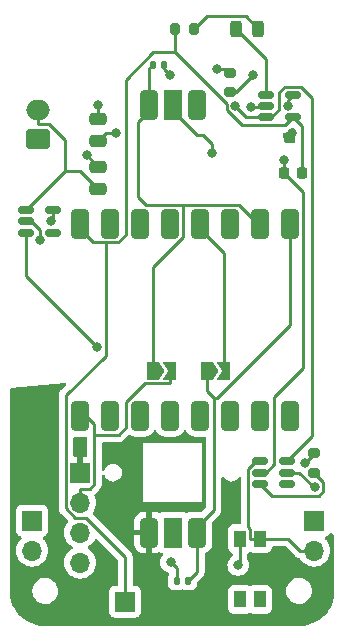
<source format=gbr>
%TF.GenerationSoftware,KiCad,Pcbnew,7.0.7*%
%TF.CreationDate,2024-10-15T08:51:11-05:00*%
%TF.ProjectId,OM-EPSC3-Micro,4f4d2d45-5053-4433-932d-4d6963726f2e,rev?*%
%TF.SameCoordinates,Original*%
%TF.FileFunction,Copper,L1,Top*%
%TF.FilePolarity,Positive*%
%FSLAX46Y46*%
G04 Gerber Fmt 4.6, Leading zero omitted, Abs format (unit mm)*
G04 Created by KiCad (PCBNEW 7.0.7) date 2024-10-15 08:51:11*
%MOMM*%
%LPD*%
G01*
G04 APERTURE LIST*
G04 Aperture macros list*
%AMRoundRect*
0 Rectangle with rounded corners*
0 $1 Rounding radius*
0 $2 $3 $4 $5 $6 $7 $8 $9 X,Y pos of 4 corners*
0 Add a 4 corners polygon primitive as box body*
4,1,4,$2,$3,$4,$5,$6,$7,$8,$9,$2,$3,0*
0 Add four circle primitives for the rounded corners*
1,1,$1+$1,$2,$3*
1,1,$1+$1,$4,$5*
1,1,$1+$1,$6,$7*
1,1,$1+$1,$8,$9*
0 Add four rect primitives between the rounded corners*
20,1,$1+$1,$2,$3,$4,$5,0*
20,1,$1+$1,$4,$5,$6,$7,0*
20,1,$1+$1,$6,$7,$8,$9,0*
20,1,$1+$1,$8,$9,$2,$3,0*%
%AMFreePoly0*
4,1,6,1.000000,0.000000,0.500000,-0.750000,-0.500000,-0.750000,-0.500000,0.750000,0.500000,0.750000,1.000000,0.000000,1.000000,0.000000,$1*%
%AMFreePoly1*
4,1,6,0.500000,-0.750000,-0.650000,-0.750000,-0.150000,0.000000,-0.650000,0.750000,0.500000,0.750000,0.500000,-0.750000,0.500000,-0.750000,$1*%
G04 Aperture macros list end*
%TA.AperFunction,ComponentPad*%
%ADD10RoundRect,0.381000X0.381000X-0.881000X0.381000X0.881000X-0.381000X0.881000X-0.381000X-0.881000X0*%
%TD*%
%TA.AperFunction,ComponentPad*%
%ADD11R,1.700000X1.700000*%
%TD*%
%TA.AperFunction,SMDPad,CuDef*%
%ADD12RoundRect,0.200000X-0.200000X-0.275000X0.200000X-0.275000X0.200000X0.275000X-0.200000X0.275000X0*%
%TD*%
%TA.AperFunction,ComponentPad*%
%ADD13RoundRect,0.381000X-0.381000X0.881000X-0.381000X-0.881000X0.381000X-0.881000X0.381000X0.881000X0*%
%TD*%
%TA.AperFunction,ComponentPad*%
%ADD14R,1.524000X2.524000*%
%TD*%
%TA.AperFunction,SMDPad,CuDef*%
%ADD15RoundRect,0.150000X-0.512500X-0.150000X0.512500X-0.150000X0.512500X0.150000X-0.512500X0.150000X0*%
%TD*%
%TA.AperFunction,SMDPad,CuDef*%
%ADD16FreePoly0,0.000000*%
%TD*%
%TA.AperFunction,SMDPad,CuDef*%
%ADD17FreePoly1,0.000000*%
%TD*%
%TA.AperFunction,ComponentPad*%
%ADD18O,1.700000X1.700000*%
%TD*%
%TA.AperFunction,SMDPad,CuDef*%
%ADD19RoundRect,0.140000X-0.140000X-0.170000X0.140000X-0.170000X0.140000X0.170000X-0.140000X0.170000X0*%
%TD*%
%TA.AperFunction,SMDPad,CuDef*%
%ADD20RoundRect,0.140000X0.140000X0.170000X-0.140000X0.170000X-0.140000X-0.170000X0.140000X-0.170000X0*%
%TD*%
%TA.AperFunction,SMDPad,CuDef*%
%ADD21RoundRect,0.250000X0.475000X-0.250000X0.475000X0.250000X-0.475000X0.250000X-0.475000X-0.250000X0*%
%TD*%
%TA.AperFunction,SMDPad,CuDef*%
%ADD22RoundRect,0.243750X-0.243750X-0.456250X0.243750X-0.456250X0.243750X0.456250X-0.243750X0.456250X0*%
%TD*%
%TA.AperFunction,SMDPad,CuDef*%
%ADD23RoundRect,0.200000X0.275000X-0.200000X0.275000X0.200000X-0.275000X0.200000X-0.275000X-0.200000X0*%
%TD*%
%TA.AperFunction,ComponentPad*%
%ADD24O,2.000000X1.700000*%
%TD*%
%TA.AperFunction,ComponentPad*%
%ADD25RoundRect,0.250000X0.750000X-0.600000X0.750000X0.600000X-0.750000X0.600000X-0.750000X-0.600000X0*%
%TD*%
%TA.AperFunction,SMDPad,CuDef*%
%ADD26R,1.000000X1.450000*%
%TD*%
%TA.AperFunction,SMDPad,CuDef*%
%ADD27RoundRect,0.225000X-0.225000X-0.250000X0.225000X-0.250000X0.225000X0.250000X-0.225000X0.250000X0*%
%TD*%
%TA.AperFunction,ViaPad*%
%ADD28C,0.800000*%
%TD*%
%TA.AperFunction,Conductor*%
%ADD29C,0.250000*%
%TD*%
G04 APERTURE END LIST*
D10*
%TO.P,U1,0,GPIO0*%
%TO.N,hall_0*%
X232664000Y-109466000D03*
%TO.P,U1,1,GPIO1*%
%TO.N,hall_1*%
X230124000Y-109466000D03*
%TO.P,U1,2,GPIO2*%
%TO.N,unconnected-(U1-GPIO2-Pad2)*%
X227584000Y-109466000D03*
%TO.P,U1,3,GPIO3*%
%TO.N,ADC2*%
X225044000Y-109466000D03*
%TO.P,U1,4,GPIO4*%
%TO.N,unconnected-(U1-GPIO4-Pad4)*%
X222504000Y-109466000D03*
%TO.P,U1,100,5V*%
%TO.N,+5V*%
X214884000Y-109466000D03*
%TO.P,U1,101,GND*%
%TO.N,GND*%
X217424000Y-109466000D03*
%TO.P,U1,102,3V3*%
%TO.N,+3V3*%
X219964000Y-109466000D03*
%TO.P,U1,5,GPIO5*%
%TO.N,ADC3*%
X214884000Y-125738000D03*
%TO.P,U1,6,GPIO6*%
%TO.N,unconnected-(U1-GPIO6-Pad6)*%
X217424000Y-125738000D03*
%TO.P,U1,7,GPIO7*%
%TO.N,unconnected-(U1-GPIO7-Pad7)*%
X219964000Y-125738000D03*
%TO.P,U1,8,GPIO8*%
%TO.N,SDA*%
X222504000Y-125738000D03*
%TO.P,U1,9,GPIO9*%
%TO.N,SCL*%
X225044000Y-125738000D03*
%TO.P,U1,10,GPIO10*%
%TO.N,unconnected-(U1-GPIO10-Pad10)*%
X227584000Y-125738000D03*
%TO.P,U1,20,GPIO20*%
%TO.N,unconnected-(U1-GPIO20-Pad20)*%
X230124000Y-125738000D03*
%TO.P,U1,21,GPIO21*%
%TO.N,unconnected-(U1-GPIO21-Pad21)*%
X232664000Y-125738000D03*
%TD*%
D11*
%TO.P,J5,1,Pin_1*%
%TO.N,+5V*%
X218694000Y-141478000D03*
%TD*%
D12*
%TO.P,R2,1*%
%TO.N,+5V*%
X222886000Y-92964000D03*
%TO.P,R2,2*%
%TO.N,Net-(D1-A)*%
X224536000Y-92964000D03*
%TD*%
D13*
%TO.P,H1,1,VCC*%
%TO.N,+3V3*%
X224790000Y-99449000D03*
D14*
%TO.P,H1,2,GND*%
%TO.N,GND*%
X222758000Y-99449000D03*
D13*
%TO.P,H1,3,VOUT*%
%TO.N,hall_1*%
X220726000Y-99449000D03*
%TD*%
D15*
%TO.P,U5,1,IN*%
%TO.N,+3V8*%
X210312000Y-108336000D03*
%TO.P,U5,2,GND*%
%TO.N,GND*%
X210312000Y-109286000D03*
%TO.P,U5,3,EN*%
%TO.N,LDO_EN*%
X210312000Y-110236000D03*
%TO.P,U5,4,NC*%
%TO.N,unconnected-(U5-NC-Pad4)*%
X212587000Y-110236000D03*
%TO.P,U5,5,OUT*%
%TO.N,+3V3*%
X212587000Y-108336000D03*
%TD*%
D16*
%TO.P,JP1,1,A*%
%TO.N,hall_1*%
X221054000Y-121920000D03*
D17*
%TO.P,JP1,2,B*%
%TO.N,ADC3*%
X222504000Y-121920000D03*
%TD*%
D15*
%TO.P,U2,1,~{CHRG}*%
%TO.N,Net-(D1-K)*%
X230632000Y-98552000D03*
%TO.P,U2,2,GND*%
%TO.N,GND*%
X230632000Y-99502000D03*
%TO.P,U2,3,BAT*%
%TO.N,+3V8*%
X230632000Y-100452000D03*
%TO.P,U2,4,V_{CC}*%
%TO.N,+5V*%
X232907000Y-100452000D03*
%TO.P,U2,5,PROG*%
%TO.N,Net-(U2-PROG)*%
X232907000Y-98552000D03*
%TD*%
D11*
%TO.P,J3,1,Pin_1*%
%TO.N,GND*%
X234696000Y-134620000D03*
D18*
%TO.P,J3,2,Pin_2*%
%TO.N,RMT-BTN*%
X234696000Y-137160000D03*
%TD*%
D19*
%TO.P,C1,1*%
%TO.N,GND*%
X223068000Y-139700000D03*
%TO.P,C1,2*%
%TO.N,hall_0*%
X224028000Y-139700000D03*
%TD*%
D10*
%TO.P,H0,1,VCC*%
%TO.N,+3V3*%
X220726000Y-135628000D03*
D14*
%TO.P,H0,2,GND*%
%TO.N,GND*%
X222758000Y-135628000D03*
D10*
%TO.P,H0,3,VOUT*%
%TO.N,hall_0*%
X224790000Y-135628000D03*
%TD*%
D20*
%TO.P,C2,1*%
%TO.N,GND*%
X221996000Y-96012000D03*
%TO.P,C2,2*%
%TO.N,hall_1*%
X221036000Y-96012000D03*
%TD*%
D16*
%TO.P,JP2,1,A*%
%TO.N,hall_0*%
X225626000Y-121920000D03*
D17*
%TO.P,JP2,2,B*%
%TO.N,ADC2*%
X227076000Y-121920000D03*
%TD*%
D21*
%TO.P,C9,1*%
%TO.N,+3V8*%
X216408000Y-106548000D03*
%TO.P,C9,2*%
%TO.N,GND*%
X216408000Y-104648000D03*
%TD*%
D11*
%TO.P,J1,1,Pin_1*%
%TO.N,+3V3*%
X214884000Y-130556000D03*
D18*
%TO.P,J1,2,Pin_2*%
%TO.N,ADC3*%
X214884000Y-133096000D03*
%TO.P,J1,3,Pin_3*%
%TO.N,ADC2*%
X214884000Y-135636000D03*
%TO.P,J1,4,Pin_4*%
%TO.N,GND*%
X214884000Y-138176000D03*
%TD*%
D22*
%TO.P,D1,1,K*%
%TO.N,Net-(D1-K)*%
X228092000Y-92964000D03*
%TO.P,D1,2,A*%
%TO.N,Net-(D1-A)*%
X229967000Y-92964000D03*
%TD*%
D23*
%TO.P,R1,1*%
%TO.N,Net-(U2-PROG)*%
X227584000Y-98361000D03*
%TO.P,R1,2*%
%TO.N,GND*%
X227584000Y-96711000D03*
%TD*%
%TO.P,R8,1*%
%TO.N,Net-(MAX1-CLEAR)*%
X234696000Y-130556000D03*
%TO.P,R8,2*%
%TO.N,GND*%
X234696000Y-128906000D03*
%TD*%
D24*
%TO.P,J4,1*%
%TO.N,+3V8*%
X211328000Y-99842000D03*
D25*
%TO.P,J4,2*%
%TO.N,GND*%
X211328000Y-102342000D03*
%TD*%
D26*
%TO.P,SW2,1,1*%
%TO.N,GND*%
X228424000Y-136144000D03*
%TO.P,SW2,2,2*%
%TO.N,RMT-BTN*%
X230124000Y-136144000D03*
%TO.P,SW2,3*%
%TO.N,N/C*%
X228424000Y-141294000D03*
%TO.P,SW2,4*%
X230124000Y-141294000D03*
%TD*%
D11*
%TO.P,J2,1,Pin_1*%
%TO.N,GND*%
X210820000Y-134620000D03*
D18*
%TO.P,J2,2,Pin_2*%
%TO.N,RMT-BTN*%
X210820000Y-137160000D03*
%TD*%
D27*
%TO.P,C5,1*%
%TO.N,GND*%
X232130000Y-105156000D03*
%TO.P,C5,2*%
%TO.N,+5V*%
X233680000Y-105156000D03*
%TD*%
D15*
%TO.P,MAX1,1,In*%
%TO.N,RMT-BTN*%
X230124000Y-129606000D03*
%TO.P,MAX1,2,GND*%
%TO.N,GND*%
X230124000Y-130556000D03*
%TO.P,MAX1,3,CLEAR*%
%TO.N,Net-(MAX1-CLEAR)*%
X230124000Y-131506000D03*
%TO.P,MAX1,4,OU*%
%TO.N,unconnected-(MAX1-OU-Pad4)*%
X232399000Y-131506000D03*
%TO.P,MAX1,5,OUT*%
%TO.N,LDO_EN*%
X232399000Y-130556000D03*
%TO.P,MAX1,6,Vcc*%
%TO.N,+3V8*%
X232399000Y-129606000D03*
%TD*%
D21*
%TO.P,C10,1*%
%TO.N,+3V3*%
X216408000Y-102484000D03*
%TO.P,C10,2*%
%TO.N,GND*%
X216408000Y-100584000D03*
%TD*%
D28*
%TO.N,GND*%
X226060000Y-103505000D03*
%TO.N,+3V3*%
X211455000Y-129540000D03*
%TO.N,LDO_EN*%
X234740700Y-131816400D03*
X216292600Y-119899200D03*
%TO.N,Net-(U2-PROG)*%
X232476700Y-99534600D03*
X229554000Y-96903600D03*
%TO.N,+3V8*%
X228002000Y-99516800D03*
%TO.N,GND*%
X232130000Y-104076500D03*
X228262500Y-138400700D03*
X216408000Y-99474600D03*
X215437800Y-103677800D03*
X222516700Y-96896800D03*
X222544600Y-138141300D03*
X229365900Y-99572300D03*
X211453000Y-110835100D03*
X233908600Y-129731000D03*
X226471300Y-96398700D03*
%TO.N,+3V3*%
X212392200Y-109286000D03*
X217884200Y-101792100D03*
X232795100Y-101812000D03*
%TD*%
D29*
%TO.N,GND*%
X226060000Y-103505000D02*
X226060000Y-103378000D01*
X226060000Y-102743000D02*
X226060000Y-103505000D01*
X225253001Y-101936001D02*
X226060000Y-102743000D01*
X224745001Y-101936001D02*
X225253001Y-101936001D01*
X222758000Y-99949000D02*
X224745001Y-101936001D01*
%TO.N,LDO_EN*%
X234709900Y-131816400D02*
X234740700Y-131816400D01*
X233449500Y-130556000D02*
X234709900Y-131816400D01*
X232399000Y-130556000D02*
X233449500Y-130556000D01*
X210312000Y-113918600D02*
X210312000Y-110236000D01*
X216292600Y-119899200D02*
X210312000Y-113918600D01*
%TO.N,Net-(MAX1-CLEAR)*%
X235485400Y-131345400D02*
X234696000Y-130556000D01*
X235485400Y-132131400D02*
X235485400Y-131345400D01*
X235073500Y-132543300D02*
X235485400Y-132131400D01*
X231161300Y-132543300D02*
X235073500Y-132543300D01*
X230124000Y-131506000D02*
X231161300Y-132543300D01*
%TO.N,RMT-BTN*%
X232503100Y-136144000D02*
X233519100Y-137160000D01*
X230124000Y-136144000D02*
X232503100Y-136144000D01*
X234696000Y-137160000D02*
X233519100Y-137160000D01*
X229297100Y-135317100D02*
X229297100Y-136144000D01*
X229132800Y-135152800D02*
X229297100Y-135317100D01*
X229132800Y-130209300D02*
X229132800Y-135152800D01*
X229736100Y-129606000D02*
X229132800Y-130209300D01*
X230124000Y-129606000D02*
X229736100Y-129606000D01*
X230124000Y-136144000D02*
X229297100Y-136144000D01*
%TO.N,Net-(U2-PROG)*%
X232476700Y-98982300D02*
X232476700Y-99534600D01*
X232907000Y-98552000D02*
X232476700Y-98982300D01*
X228096600Y-98361000D02*
X227584000Y-98361000D01*
X229554000Y-96903600D02*
X228096600Y-98361000D01*
%TO.N,Net-(D1-A)*%
X228920000Y-91917000D02*
X229967000Y-92964000D01*
X225583000Y-91917000D02*
X228920000Y-91917000D01*
X224536000Y-92964000D02*
X225583000Y-91917000D01*
%TO.N,+3V8*%
X211328000Y-99842000D02*
X211328000Y-101018900D01*
X214905300Y-105045300D02*
X216408000Y-106548000D01*
X213602700Y-105045300D02*
X214905300Y-105045300D01*
X213602700Y-105045300D02*
X210312000Y-108336000D01*
X212210300Y-101018900D02*
X211328000Y-101018900D01*
X213602700Y-102411300D02*
X212210300Y-101018900D01*
X213602700Y-105045300D02*
X213602700Y-102411300D01*
X228937200Y-100452000D02*
X230632000Y-100452000D01*
X228002000Y-99516800D02*
X228937200Y-100452000D01*
X231084200Y-100452000D02*
X230632000Y-100452000D01*
X231749800Y-99786400D02*
X231084200Y-100452000D01*
X231749800Y-98371400D02*
X231749800Y-99786400D01*
X232196700Y-97924500D02*
X231749800Y-98371400D01*
X233617300Y-97924500D02*
X232196700Y-97924500D01*
X234510100Y-98817300D02*
X233617300Y-97924500D01*
X234510100Y-127494900D02*
X234510100Y-98817300D01*
X232399000Y-129606000D02*
X234510100Y-127494900D01*
%TO.N,Net-(D1-K)*%
X230632000Y-95504000D02*
X228092000Y-92964000D01*
X230632000Y-98552000D02*
X230632000Y-95504000D01*
%TO.N,ADC2*%
X227076000Y-111998000D02*
X225044000Y-109966000D01*
X227076000Y-121920000D02*
X227076000Y-111998000D01*
%TO.N,ADC3*%
X214884000Y-133096000D02*
X214884000Y-131919100D01*
X222504000Y-121920000D02*
X222504000Y-122996900D01*
X220387000Y-122996900D02*
X222504000Y-122996900D01*
X218784400Y-124599500D02*
X220387000Y-122996900D01*
X218784400Y-126702400D02*
X218784400Y-124599500D01*
X218145500Y-127341300D02*
X218784400Y-126702400D01*
X216094200Y-127341300D02*
X218145500Y-127341300D01*
X216094200Y-126448200D02*
X216094200Y-127341300D01*
X214884000Y-125238000D02*
X216094200Y-126448200D01*
X215693100Y-131919100D02*
X214884000Y-131919100D01*
X216094200Y-131518000D02*
X215693100Y-131919100D01*
X216094200Y-127341300D02*
X216094200Y-131518000D01*
%TO.N,+5V*%
X233680000Y-101225000D02*
X232907000Y-100452000D01*
X233680000Y-105156000D02*
X233680000Y-101225000D01*
X222886000Y-92964000D02*
X222886000Y-94977000D01*
X232221200Y-101137800D02*
X232907000Y-100452000D01*
X228595100Y-101137800D02*
X232221200Y-101137800D01*
X227275100Y-99817800D02*
X228595100Y-101137800D01*
X227275100Y-99366100D02*
X227275100Y-99817800D01*
X222886000Y-94977000D02*
X227275100Y-99366100D01*
X218694000Y-137703000D02*
X218694000Y-141478000D01*
X215357000Y-134366000D02*
X218694000Y-137703000D01*
X214457700Y-134366000D02*
X215357000Y-134366000D01*
X213687200Y-133595500D02*
X214457700Y-134366000D01*
X213687200Y-124019400D02*
X213687200Y-133595500D01*
X217044100Y-120662500D02*
X213687200Y-124019400D01*
X217044100Y-111070900D02*
X217044100Y-120662500D01*
X218097100Y-111070900D02*
X217044100Y-111070900D01*
X218759400Y-110408600D02*
X218097100Y-111070900D01*
X218759400Y-97278500D02*
X218759400Y-110408600D01*
X221060900Y-94977000D02*
X218759400Y-97278500D01*
X222886000Y-94977000D02*
X221060900Y-94977000D01*
X215988900Y-111070900D02*
X214884000Y-109966000D01*
X217044100Y-111070900D02*
X215988900Y-111070900D01*
%TO.N,hall_0*%
X226193800Y-133724200D02*
X224790000Y-135128000D01*
X226193800Y-124242300D02*
X226193800Y-133724200D01*
X225626000Y-123674500D02*
X226193800Y-124242300D01*
X225626000Y-121920000D02*
X225626000Y-123674500D01*
X224790000Y-138938000D02*
X224028000Y-139700000D01*
X224790000Y-135128000D02*
X224790000Y-138938000D01*
X226496500Y-124242300D02*
X226193800Y-124242300D01*
X232664000Y-118074800D02*
X226496500Y-124242300D01*
X232664000Y-109966000D02*
X232664000Y-118074800D01*
%TO.N,hall_1*%
X220726000Y-96322000D02*
X220726000Y-99949000D01*
X221036000Y-96012000D02*
X220726000Y-96322000D01*
X223594300Y-110633500D02*
X223594300Y-107875600D01*
X221054000Y-113173800D02*
X223594300Y-110633500D01*
X221054000Y-121920000D02*
X221054000Y-113173800D01*
X228294700Y-107875600D02*
X223594300Y-107875600D01*
X230124000Y-109704900D02*
X228294700Y-107875600D01*
X230124000Y-109966000D02*
X230124000Y-109704900D01*
X219821400Y-100853600D02*
X220726000Y-99949000D01*
X219821400Y-107199100D02*
X219821400Y-100853600D01*
X220497900Y-107875600D02*
X219821400Y-107199100D01*
X223594300Y-107875600D02*
X220497900Y-107875600D01*
%TO.N,GND*%
X228424000Y-138239200D02*
X228424000Y-136144000D01*
X228262500Y-138400700D02*
X228424000Y-138239200D01*
X216408000Y-99474600D02*
X216408000Y-100584000D01*
X216408000Y-104648000D02*
X215437800Y-103677800D01*
X223068000Y-138664700D02*
X222544600Y-138141300D01*
X223068000Y-139700000D02*
X223068000Y-138664700D01*
X210720500Y-109286000D02*
X210312000Y-109286000D01*
X211453000Y-110018500D02*
X210720500Y-109286000D01*
X211453000Y-110835100D02*
X211453000Y-110018500D01*
X234696000Y-128943600D02*
X234696000Y-128906000D01*
X233908600Y-129731000D02*
X234696000Y-128943600D01*
X221996000Y-96376100D02*
X222516700Y-96896800D01*
X221996000Y-96012000D02*
X221996000Y-96376100D01*
X227271700Y-96398700D02*
X226471300Y-96398700D01*
X227584000Y-96711000D02*
X227271700Y-96398700D01*
X230561700Y-99572300D02*
X229365900Y-99572300D01*
X230632000Y-99502000D02*
X230561700Y-99572300D01*
X232130000Y-104076500D02*
X232130000Y-105156000D01*
X230575200Y-130556000D02*
X230124000Y-130556000D01*
X231297900Y-129833300D02*
X230575200Y-130556000D01*
X231297900Y-124164900D02*
X231297900Y-129833300D01*
X233763300Y-121699500D02*
X231297900Y-124164900D01*
X233763300Y-106789300D02*
X233763300Y-121699500D01*
X232130000Y-105156000D02*
X233763300Y-106789300D01*
%TO.N,+3V3*%
X212587000Y-109091200D02*
X212587000Y-108336000D01*
X212392200Y-109286000D02*
X212587000Y-109091200D01*
X217099900Y-101792100D02*
X216408000Y-102484000D01*
X217884200Y-101792100D02*
X217099900Y-101792100D01*
%TD*%
%TA.AperFunction,Conductor*%
%TO.N,+3V3*%
G36*
X213630683Y-122962354D02*
G01*
X213681311Y-123010505D01*
X213697870Y-123078384D01*
X213675102Y-123144440D01*
X213661684Y-123160323D01*
X213303407Y-123518600D01*
X213291151Y-123528420D01*
X213291334Y-123528641D01*
X213285323Y-123533613D01*
X213237972Y-123584036D01*
X213217089Y-123604918D01*
X213217077Y-123604932D01*
X213212821Y-123610417D01*
X213209037Y-123614847D01*
X213177137Y-123648818D01*
X213177136Y-123648820D01*
X213167484Y-123666376D01*
X213156810Y-123682626D01*
X213144529Y-123698461D01*
X213144524Y-123698468D01*
X213126015Y-123741238D01*
X213123445Y-123746484D01*
X213101003Y-123787306D01*
X213096022Y-123806707D01*
X213089721Y-123825110D01*
X213081762Y-123843502D01*
X213081761Y-123843505D01*
X213074471Y-123889527D01*
X213073287Y-123895246D01*
X213061701Y-123940372D01*
X213061699Y-123940384D01*
X213061699Y-123960420D01*
X213060173Y-123979811D01*
X213057040Y-123999594D01*
X213057040Y-123999595D01*
X213061425Y-124045983D01*
X213061700Y-124051821D01*
X213061700Y-133512755D01*
X213059975Y-133528372D01*
X213060261Y-133528399D01*
X213059526Y-133536165D01*
X213061700Y-133605314D01*
X213061700Y-133634843D01*
X213061701Y-133634860D01*
X213062568Y-133641731D01*
X213063026Y-133647550D01*
X213064490Y-133694124D01*
X213065305Y-133696931D01*
X213070080Y-133713367D01*
X213074024Y-133732411D01*
X213076536Y-133752292D01*
X213088766Y-133783183D01*
X213093690Y-133795619D01*
X213095582Y-133801147D01*
X213108581Y-133845888D01*
X213118780Y-133863134D01*
X213127338Y-133880603D01*
X213134714Y-133899232D01*
X213162098Y-133936923D01*
X213165306Y-133941807D01*
X213189027Y-133981916D01*
X213189033Y-133981924D01*
X213203190Y-133996080D01*
X213215828Y-134010876D01*
X213227605Y-134027086D01*
X213227606Y-134027087D01*
X213263509Y-134056788D01*
X213267820Y-134060710D01*
X213648508Y-134441397D01*
X213823907Y-134616796D01*
X213857392Y-134678119D01*
X213852408Y-134747810D01*
X213837801Y-134775600D01*
X213709965Y-134958169D01*
X213709964Y-134958171D01*
X213610098Y-135172335D01*
X213610094Y-135172344D01*
X213548938Y-135400586D01*
X213548936Y-135400596D01*
X213528341Y-135635999D01*
X213528341Y-135636000D01*
X213548936Y-135871403D01*
X213548938Y-135871413D01*
X213610094Y-136099655D01*
X213610096Y-136099659D01*
X213610097Y-136099663D01*
X213686507Y-136263525D01*
X213709965Y-136313830D01*
X213709967Y-136313834D01*
X213845501Y-136507395D01*
X213845506Y-136507402D01*
X214012597Y-136674493D01*
X214012603Y-136674498D01*
X214198158Y-136804425D01*
X214241783Y-136859002D01*
X214248977Y-136928500D01*
X214217454Y-136990855D01*
X214198158Y-137007575D01*
X214012597Y-137137505D01*
X213845505Y-137304597D01*
X213709965Y-137498169D01*
X213709964Y-137498171D01*
X213610098Y-137712335D01*
X213610094Y-137712344D01*
X213548938Y-137940586D01*
X213548936Y-137940596D01*
X213528341Y-138175999D01*
X213528341Y-138176000D01*
X213548936Y-138411403D01*
X213548938Y-138411413D01*
X213610094Y-138639655D01*
X213610096Y-138639659D01*
X213610097Y-138639663D01*
X213670397Y-138768977D01*
X213709965Y-138853830D01*
X213709967Y-138853834D01*
X213814024Y-139002442D01*
X213845505Y-139047401D01*
X214012599Y-139214495D01*
X214098668Y-139274761D01*
X214206165Y-139350032D01*
X214206167Y-139350033D01*
X214206170Y-139350035D01*
X214420337Y-139449903D01*
X214648592Y-139511063D01*
X214836918Y-139527539D01*
X214883999Y-139531659D01*
X214884000Y-139531659D01*
X214884001Y-139531659D01*
X214923234Y-139528226D01*
X215119408Y-139511063D01*
X215347663Y-139449903D01*
X215561830Y-139350035D01*
X215755401Y-139214495D01*
X215922495Y-139047401D01*
X216058035Y-138853830D01*
X216157903Y-138639663D01*
X216219063Y-138411408D01*
X216239659Y-138176000D01*
X216219063Y-137940592D01*
X216166975Y-137746194D01*
X216157905Y-137712344D01*
X216157904Y-137712343D01*
X216157903Y-137712337D01*
X216058035Y-137498171D01*
X216033371Y-137462946D01*
X215922494Y-137304597D01*
X215755402Y-137137506D01*
X215755396Y-137137501D01*
X215569842Y-137007575D01*
X215526217Y-136952998D01*
X215519023Y-136883500D01*
X215550546Y-136821145D01*
X215569842Y-136804425D01*
X215724210Y-136696335D01*
X215755401Y-136674495D01*
X215922495Y-136507401D01*
X216058035Y-136313830D01*
X216098381Y-136227307D01*
X216144552Y-136174870D01*
X216211746Y-136155718D01*
X216278627Y-136175934D01*
X216298443Y-136192033D01*
X218032181Y-137925771D01*
X218065666Y-137987094D01*
X218068500Y-138013452D01*
X218068500Y-140003500D01*
X218048815Y-140070539D01*
X217996011Y-140116294D01*
X217944501Y-140127500D01*
X217796130Y-140127500D01*
X217796123Y-140127501D01*
X217736516Y-140133908D01*
X217601671Y-140184202D01*
X217601664Y-140184206D01*
X217486455Y-140270452D01*
X217486452Y-140270455D01*
X217400206Y-140385664D01*
X217400202Y-140385671D01*
X217349908Y-140520517D01*
X217345117Y-140565084D01*
X217343501Y-140580123D01*
X217343500Y-140580135D01*
X217343500Y-142375870D01*
X217343501Y-142375876D01*
X217349908Y-142435483D01*
X217400202Y-142570328D01*
X217400206Y-142570335D01*
X217486452Y-142685544D01*
X217486455Y-142685547D01*
X217601664Y-142771793D01*
X217601671Y-142771797D01*
X217736517Y-142822091D01*
X217736516Y-142822091D01*
X217743444Y-142822835D01*
X217796127Y-142828500D01*
X219591872Y-142828499D01*
X219651483Y-142822091D01*
X219786331Y-142771796D01*
X219901546Y-142685546D01*
X219987796Y-142570331D01*
X220038091Y-142435483D01*
X220044500Y-142375873D01*
X220044500Y-142066870D01*
X227423500Y-142066870D01*
X227423501Y-142066876D01*
X227429908Y-142126483D01*
X227480202Y-142261328D01*
X227480206Y-142261335D01*
X227566452Y-142376544D01*
X227566455Y-142376547D01*
X227681664Y-142462793D01*
X227681671Y-142462797D01*
X227816517Y-142513091D01*
X227816516Y-142513091D01*
X227823444Y-142513835D01*
X227876127Y-142519500D01*
X228971872Y-142519499D01*
X229031483Y-142513091D01*
X229166329Y-142462797D01*
X229166329Y-142462796D01*
X229166331Y-142462796D01*
X229199689Y-142437823D01*
X229265151Y-142413406D01*
X229333425Y-142428257D01*
X229348305Y-142437820D01*
X229381669Y-142462796D01*
X229381670Y-142462796D01*
X229381670Y-142462797D01*
X229516517Y-142513091D01*
X229516516Y-142513091D01*
X229523444Y-142513835D01*
X229576127Y-142519500D01*
X230671872Y-142519499D01*
X230731483Y-142513091D01*
X230866331Y-142462796D01*
X230981546Y-142376546D01*
X231067796Y-142261331D01*
X231118091Y-142126483D01*
X231124500Y-142066873D01*
X231124499Y-140561004D01*
X232314490Y-140561004D01*
X232314649Y-140563187D01*
X232315018Y-140565084D01*
X232349000Y-140831113D01*
X232349128Y-140833139D01*
X232349221Y-140833625D01*
X232349463Y-140835119D01*
X232349973Y-140836516D01*
X232350281Y-140837436D01*
X232351118Y-140839192D01*
X232406615Y-140979859D01*
X232406620Y-140979870D01*
X232447284Y-141082942D01*
X232448427Y-141086576D01*
X232450552Y-141091248D01*
X232451848Y-141093238D01*
X232453080Y-141094714D01*
X232610061Y-141310800D01*
X232611161Y-141312557D01*
X232611521Y-141312995D01*
X232612580Y-141314369D01*
X232613880Y-141315502D01*
X232616268Y-141317711D01*
X232619510Y-141320023D01*
X232822270Y-141487566D01*
X232823852Y-141489073D01*
X232824006Y-141489185D01*
X232825715Y-141490518D01*
X232827659Y-141491478D01*
X232830170Y-141492837D01*
X232833974Y-141494298D01*
X233070839Y-141605595D01*
X233072626Y-141606592D01*
X233073234Y-141606836D01*
X233074802Y-141607520D01*
X233076422Y-141607872D01*
X233079970Y-141608749D01*
X233083861Y-141609204D01*
X233341700Y-141658682D01*
X233344161Y-141659332D01*
X233345943Y-141659625D01*
X233348627Y-141659500D01*
X233351203Y-141659494D01*
X233355379Y-141658918D01*
X233616710Y-141642765D01*
X233618813Y-141642780D01*
X233619179Y-141642736D01*
X233621103Y-141642562D01*
X233622937Y-141642017D01*
X233623348Y-141641908D01*
X233625292Y-141641116D01*
X233873556Y-141559625D01*
X233877083Y-141558777D01*
X233881976Y-141556931D01*
X233883266Y-141556479D01*
X233884548Y-141555711D01*
X233888182Y-141553661D01*
X233891235Y-141551395D01*
X234108558Y-141414283D01*
X234112181Y-141412351D01*
X234114786Y-141410491D01*
X234116353Y-141409446D01*
X234117679Y-141408103D01*
X234120170Y-141405733D01*
X234122725Y-141402573D01*
X234298916Y-141215196D01*
X234302162Y-141212229D01*
X234303590Y-141210502D01*
X234305510Y-141208391D01*
X234306940Y-141205908D01*
X234308067Y-141204145D01*
X234309925Y-141200073D01*
X234407208Y-141023057D01*
X234407217Y-141023049D01*
X234434014Y-140974286D01*
X234436275Y-140970805D01*
X234437600Y-140968019D01*
X234438551Y-140966183D01*
X234439113Y-140964181D01*
X234439959Y-140961529D01*
X234440690Y-140957451D01*
X234504191Y-140708123D01*
X234505407Y-140704502D01*
X234506210Y-140700528D01*
X234506552Y-140699033D01*
X234506597Y-140697459D01*
X234506642Y-140696650D01*
X234506500Y-140694617D01*
X234506500Y-140431844D01*
X234506770Y-140428037D01*
X234506582Y-140424387D01*
X234506545Y-140422954D01*
X234506236Y-140421575D01*
X234505512Y-140417932D01*
X234504285Y-140414239D01*
X234497009Y-140385671D01*
X234440667Y-140164453D01*
X234439974Y-140160602D01*
X234438976Y-140157413D01*
X234438524Y-140155808D01*
X234437767Y-140154320D01*
X234437488Y-140153731D01*
X234436358Y-140151974D01*
X234309752Y-139921608D01*
X234308025Y-139917850D01*
X234306577Y-139915550D01*
X234305473Y-139913645D01*
X234304011Y-139912004D01*
X234303966Y-139911949D01*
X234302376Y-139910478D01*
X234119207Y-139715679D01*
X234117866Y-139714048D01*
X234116430Y-139712598D01*
X234114760Y-139711477D01*
X234114405Y-139711221D01*
X234112517Y-139710209D01*
X233886929Y-139567882D01*
X233885531Y-139566858D01*
X233883211Y-139565529D01*
X233877697Y-139563469D01*
X233874443Y-139562660D01*
X233715295Y-139510421D01*
X233624904Y-139480751D01*
X233623149Y-139480049D01*
X233621094Y-139479493D01*
X233619080Y-139479258D01*
X233617175Y-139479258D01*
X233350280Y-139462761D01*
X233348324Y-139462506D01*
X233347469Y-139462500D01*
X233345933Y-139462447D01*
X233344337Y-139462695D01*
X233344120Y-139462722D01*
X233342140Y-139463229D01*
X233336814Y-139464250D01*
X233336803Y-139464254D01*
X233078762Y-139513769D01*
X233076841Y-139514014D01*
X233076156Y-139514186D01*
X233075016Y-139514442D01*
X233074976Y-139514461D01*
X233072897Y-139515296D01*
X233071164Y-139516250D01*
X232829517Y-139629790D01*
X232827694Y-139630504D01*
X232825731Y-139631559D01*
X232823963Y-139632863D01*
X232822532Y-139634212D01*
X232615803Y-139805035D01*
X232614234Y-139806170D01*
X232612632Y-139807646D01*
X232611205Y-139809410D01*
X232610191Y-139811017D01*
X232452889Y-140027543D01*
X232451701Y-140028980D01*
X232450550Y-140030750D01*
X232449482Y-140033138D01*
X232448940Y-140034851D01*
X232351029Y-140283024D01*
X232350207Y-140284767D01*
X232349506Y-140286868D01*
X232349123Y-140288946D01*
X232349000Y-140290881D01*
X232315002Y-140557033D01*
X232314627Y-140558984D01*
X232314490Y-140561004D01*
X231124499Y-140561004D01*
X231124499Y-140521128D01*
X231118091Y-140461517D01*
X231113937Y-140450380D01*
X231067797Y-140326671D01*
X231067793Y-140326664D01*
X230981547Y-140211455D01*
X230981544Y-140211452D01*
X230866335Y-140125206D01*
X230866328Y-140125202D01*
X230731482Y-140074908D01*
X230731483Y-140074908D01*
X230671883Y-140068501D01*
X230671881Y-140068500D01*
X230671873Y-140068500D01*
X230671864Y-140068500D01*
X229576129Y-140068500D01*
X229576123Y-140068501D01*
X229516516Y-140074908D01*
X229381671Y-140125202D01*
X229381669Y-140125203D01*
X229348310Y-140150176D01*
X229282845Y-140174592D01*
X229214572Y-140159740D01*
X229199690Y-140150176D01*
X229166330Y-140125203D01*
X229166328Y-140125202D01*
X229031482Y-140074908D01*
X229031483Y-140074908D01*
X228971883Y-140068501D01*
X228971881Y-140068500D01*
X228971873Y-140068500D01*
X228971864Y-140068500D01*
X227876129Y-140068500D01*
X227876123Y-140068501D01*
X227816516Y-140074908D01*
X227681671Y-140125202D01*
X227681664Y-140125206D01*
X227566455Y-140211452D01*
X227566452Y-140211455D01*
X227480206Y-140326664D01*
X227480202Y-140326671D01*
X227429908Y-140461517D01*
X227423501Y-140521116D01*
X227423501Y-140521123D01*
X227423500Y-140521135D01*
X227423500Y-142066870D01*
X220044500Y-142066870D01*
X220044499Y-140580128D01*
X220039299Y-140531757D01*
X220038091Y-140520516D01*
X219987797Y-140385671D01*
X219987793Y-140385664D01*
X219901547Y-140270455D01*
X219901544Y-140270452D01*
X219786335Y-140184206D01*
X219786328Y-140184202D01*
X219651482Y-140133908D01*
X219651483Y-140133908D01*
X219591883Y-140127501D01*
X219591881Y-140127500D01*
X219591873Y-140127500D01*
X219591865Y-140127500D01*
X219443500Y-140127500D01*
X219376461Y-140107815D01*
X219330706Y-140055011D01*
X219319500Y-140003500D01*
X219319500Y-137785742D01*
X219321224Y-137770122D01*
X219320939Y-137770095D01*
X219321673Y-137762333D01*
X219319799Y-137702673D01*
X219319500Y-137693171D01*
X219319500Y-137663650D01*
X219318631Y-137656779D01*
X219318173Y-137650952D01*
X219317771Y-137638161D01*
X219316710Y-137604373D01*
X219311119Y-137585130D01*
X219307173Y-137566078D01*
X219304664Y-137546208D01*
X219287504Y-137502867D01*
X219285624Y-137497379D01*
X219272618Y-137452610D01*
X219270252Y-137448610D01*
X219262423Y-137435371D01*
X219253861Y-137417894D01*
X219246487Y-137399270D01*
X219243685Y-137395413D01*
X219219079Y-137361545D01*
X219215888Y-137356686D01*
X219215252Y-137355611D01*
X219192170Y-137316580D01*
X219192168Y-137316578D01*
X219192165Y-137316574D01*
X219178006Y-137302415D01*
X219165368Y-137287619D01*
X219153594Y-137271413D01*
X219137409Y-137258024D01*
X219117688Y-137241709D01*
X219113376Y-137237786D01*
X217753590Y-135878000D01*
X219464001Y-135878000D01*
X219464001Y-136585607D01*
X219466917Y-136628632D01*
X219466917Y-136628634D01*
X219513165Y-136814602D01*
X219598307Y-136986275D01*
X219718365Y-137135633D01*
X219718366Y-137135634D01*
X219867725Y-137255692D01*
X219867724Y-137255692D01*
X220039397Y-137340834D01*
X220225361Y-137387081D01*
X220225358Y-137387081D01*
X220268391Y-137389999D01*
X220475999Y-137389999D01*
X220476000Y-137389998D01*
X220476000Y-135878000D01*
X219464001Y-135878000D01*
X217753590Y-135878000D01*
X215963326Y-134087735D01*
X215929841Y-134026412D01*
X215934825Y-133956720D01*
X215949429Y-133928934D01*
X216058035Y-133773830D01*
X216157903Y-133559663D01*
X216219063Y-133331408D01*
X216239659Y-133096000D01*
X216236642Y-133061522D01*
X216234487Y-133036887D01*
X220164416Y-133036887D01*
X220164459Y-133060999D01*
X220164500Y-133061097D01*
X220164616Y-133061380D01*
X220164618Y-133061382D01*
X220164808Y-133061460D01*
X220165000Y-133061539D01*
X220165002Y-133061537D01*
X220189616Y-133061522D01*
X220189616Y-133061526D01*
X220189760Y-133061498D01*
X225140240Y-133061498D01*
X225140383Y-133061526D01*
X225140384Y-133061522D01*
X225164997Y-133061537D01*
X225165000Y-133061539D01*
X225165383Y-133061381D01*
X225165500Y-133061097D01*
X225165541Y-133060998D01*
X225165540Y-133060995D01*
X225165583Y-133036888D01*
X225165500Y-133036470D01*
X225165500Y-130752901D01*
X225165500Y-130752900D01*
X225165500Y-128085756D01*
X225165528Y-128085614D01*
X225165524Y-128085614D01*
X225165539Y-128061000D01*
X225165541Y-128060998D01*
X225165462Y-128060806D01*
X225165384Y-128060616D01*
X225165382Y-128060614D01*
X225165099Y-128060498D01*
X225165000Y-128060457D01*
X225140446Y-128060457D01*
X225140240Y-128060498D01*
X220189760Y-128060498D01*
X220189554Y-128060457D01*
X220165000Y-128060457D01*
X220164901Y-128060498D01*
X220164617Y-128060614D01*
X220164615Y-128060616D01*
X220164459Y-128060997D01*
X220164476Y-128085614D01*
X220164471Y-128085614D01*
X220164500Y-128085757D01*
X220164500Y-133036465D01*
X220164416Y-133036887D01*
X216234487Y-133036887D01*
X216225937Y-132939166D01*
X216219063Y-132860592D01*
X216157903Y-132632337D01*
X216117582Y-132545870D01*
X216103418Y-132515495D01*
X216092926Y-132446418D01*
X216120254Y-132384052D01*
X216124685Y-132378695D01*
X216124687Y-132378694D01*
X216154399Y-132342776D01*
X216158312Y-132338476D01*
X216477985Y-132018803D01*
X216490241Y-132008987D01*
X216490058Y-132008765D01*
X216496075Y-132003787D01*
X216496074Y-132003787D01*
X216496077Y-132003786D01*
X216520451Y-131977829D01*
X216543427Y-131953364D01*
X216553871Y-131942918D01*
X216564320Y-131932471D01*
X216568579Y-131926978D01*
X216572352Y-131922561D01*
X216604262Y-131888582D01*
X216613915Y-131871020D01*
X216624589Y-131854770D01*
X216636873Y-131838936D01*
X216655380Y-131796167D01*
X216657949Y-131790924D01*
X216660153Y-131786913D01*
X216680397Y-131750092D01*
X216685377Y-131730691D01*
X216691678Y-131712288D01*
X216699638Y-131693896D01*
X216706930Y-131647849D01*
X216708111Y-131642152D01*
X216719700Y-131597019D01*
X216719700Y-131576982D01*
X216721227Y-131557582D01*
X216724360Y-131537804D01*
X216719975Y-131491415D01*
X216719700Y-131485577D01*
X216719700Y-130845998D01*
X216739385Y-130778959D01*
X216792189Y-130733204D01*
X216861347Y-130723260D01*
X216924903Y-130752285D01*
X216958478Y-130799072D01*
X217013077Y-130932617D01*
X217013761Y-130934636D01*
X217013887Y-130934892D01*
X217014551Y-130936335D01*
X217015447Y-130937591D01*
X217016820Y-130939167D01*
X217132035Y-131087985D01*
X217133305Y-131089875D01*
X217134575Y-131091421D01*
X217136362Y-131092872D01*
X217136370Y-131092879D01*
X217138143Y-131094063D01*
X217286558Y-131208966D01*
X217288188Y-131210402D01*
X217288254Y-131210446D01*
X217289738Y-131211504D01*
X217291419Y-131212263D01*
X217293433Y-131212943D01*
X217376183Y-131246773D01*
X217466905Y-131283863D01*
X217469065Y-131284920D01*
X217470890Y-131285607D01*
X217472633Y-131285884D01*
X217475071Y-131286046D01*
X217660812Y-131310940D01*
X217663640Y-131311513D01*
X217665068Y-131311659D01*
X217666300Y-131311524D01*
X217669170Y-131310943D01*
X217849901Y-131286719D01*
X217854314Y-131286458D01*
X217856628Y-131285993D01*
X217859219Y-131285584D01*
X217861686Y-131284635D01*
X217863618Y-131283987D01*
X217867525Y-131282051D01*
X218023789Y-131218166D01*
X218036237Y-131213076D01*
X218038726Y-131212252D01*
X218040389Y-131211512D01*
X218041304Y-131210848D01*
X218043433Y-131208974D01*
X218043443Y-131208966D01*
X218188050Y-131097009D01*
X218191821Y-131094510D01*
X218193069Y-131093399D01*
X218195471Y-131091466D01*
X218197404Y-131089064D01*
X218198517Y-131087814D01*
X218201017Y-131084042D01*
X218212378Y-131069367D01*
X218312789Y-130939667D01*
X218314389Y-130937869D01*
X218315545Y-130936280D01*
X218316179Y-130934868D01*
X218316993Y-130932442D01*
X218352335Y-130845998D01*
X218386001Y-130763652D01*
X218387879Y-130759878D01*
X218388791Y-130757197D01*
X218389568Y-130755160D01*
X218389907Y-130753017D01*
X218390478Y-130750092D01*
X218390729Y-130745881D01*
X218392251Y-130734555D01*
X218392251Y-130734497D01*
X218414295Y-130570014D01*
X218415230Y-130565533D01*
X218415327Y-130563975D01*
X218415663Y-130560948D01*
X218415538Y-130559750D01*
X218414942Y-130556807D01*
X218390725Y-130376111D01*
X218390477Y-130371900D01*
X218389928Y-130369087D01*
X218389576Y-130366837D01*
X218388767Y-130364707D01*
X218387966Y-130362328D01*
X218386059Y-130358483D01*
X218316952Y-130189453D01*
X218316270Y-130187430D01*
X218315504Y-130185736D01*
X218314446Y-130184252D01*
X218314402Y-130184186D01*
X218312966Y-130182556D01*
X218296649Y-130161480D01*
X218272496Y-130130281D01*
X218200949Y-130037865D01*
X218198848Y-130034701D01*
X218196249Y-130031671D01*
X218195364Y-130030588D01*
X218194240Y-130029657D01*
X218193734Y-130029214D01*
X218192035Y-130028070D01*
X218043174Y-129912821D01*
X218041594Y-129911444D01*
X218040337Y-129910548D01*
X218038894Y-129909884D01*
X218038645Y-129909761D01*
X218036621Y-129909076D01*
X217862976Y-129838084D01*
X217861179Y-129837207D01*
X217860643Y-129837024D01*
X217859177Y-129836475D01*
X217857702Y-129836226D01*
X217856987Y-129836086D01*
X217854929Y-129835949D01*
X217668760Y-129810996D01*
X217666699Y-129810594D01*
X217665032Y-129810432D01*
X217663329Y-129810588D01*
X217661236Y-129810997D01*
X217540532Y-129827175D01*
X217475069Y-129835949D01*
X217473109Y-129836079D01*
X217470858Y-129836507D01*
X217468791Y-129837221D01*
X217467012Y-129838089D01*
X217431966Y-129852417D01*
X217293280Y-129909115D01*
X217291382Y-129909761D01*
X217289749Y-129910550D01*
X217288552Y-129911353D01*
X217287079Y-129912624D01*
X217137830Y-130028174D01*
X217136158Y-130029306D01*
X217135765Y-130029651D01*
X217134609Y-130030608D01*
X217133652Y-130031764D01*
X217133304Y-130032161D01*
X217132178Y-130033823D01*
X217016623Y-130183081D01*
X217015359Y-130184546D01*
X217014553Y-130185747D01*
X217013764Y-130187380D01*
X217013120Y-130189272D01*
X216958478Y-130322923D01*
X216914887Y-130377527D01*
X216848695Y-130399896D01*
X216780917Y-130382928D01*
X216733072Y-130332010D01*
X216719700Y-130275997D01*
X216719700Y-128090800D01*
X216739385Y-128023761D01*
X216792189Y-127978006D01*
X216843700Y-127966800D01*
X218062757Y-127966800D01*
X218078377Y-127968524D01*
X218078404Y-127968239D01*
X218086160Y-127968971D01*
X218086167Y-127968973D01*
X218155314Y-127966800D01*
X218184850Y-127966800D01*
X218191728Y-127965930D01*
X218197541Y-127965472D01*
X218244127Y-127964009D01*
X218263369Y-127958417D01*
X218282412Y-127954474D01*
X218302292Y-127951964D01*
X218345622Y-127934807D01*
X218351146Y-127932917D01*
X218354896Y-127931827D01*
X218395890Y-127919918D01*
X218413129Y-127909722D01*
X218430603Y-127901162D01*
X218449227Y-127893788D01*
X218449227Y-127893787D01*
X218449232Y-127893786D01*
X218486949Y-127866382D01*
X218491805Y-127863192D01*
X218531920Y-127839470D01*
X218546089Y-127825299D01*
X218560879Y-127812668D01*
X218577087Y-127800894D01*
X218606799Y-127764976D01*
X218610712Y-127760676D01*
X218975505Y-127395883D01*
X219036827Y-127362400D01*
X219106519Y-127367384D01*
X219118279Y-127372478D01*
X219199298Y-127412659D01*
X219277225Y-127451307D01*
X219415598Y-127485719D01*
X219463291Y-127497580D01*
X219463292Y-127497580D01*
X219463296Y-127497581D01*
X219502336Y-127500228D01*
X219506342Y-127500500D01*
X219506342Y-127500499D01*
X219506343Y-127500500D01*
X220421656Y-127500499D01*
X220421657Y-127500499D01*
X220432417Y-127499769D01*
X220464704Y-127497581D01*
X220650775Y-127451307D01*
X220822547Y-127366116D01*
X220971990Y-127245990D01*
X221092116Y-127096547D01*
X221122911Y-127034453D01*
X221170333Y-126983140D01*
X221237968Y-126965610D01*
X221304343Y-126987430D01*
X221345088Y-127034453D01*
X221375881Y-127096543D01*
X221375883Y-127096546D01*
X221496009Y-127245989D01*
X221496010Y-127245990D01*
X221645453Y-127366116D01*
X221645456Y-127366118D01*
X221739298Y-127412659D01*
X221817225Y-127451307D01*
X221955598Y-127485719D01*
X222003291Y-127497580D01*
X222003292Y-127497580D01*
X222003296Y-127497581D01*
X222042336Y-127500228D01*
X222046342Y-127500500D01*
X222046342Y-127500499D01*
X222046343Y-127500500D01*
X222961656Y-127500499D01*
X222961657Y-127500499D01*
X222972417Y-127499769D01*
X223004704Y-127497581D01*
X223190775Y-127451307D01*
X223362547Y-127366116D01*
X223511990Y-127245990D01*
X223632116Y-127096547D01*
X223662911Y-127034453D01*
X223710333Y-126983140D01*
X223777968Y-126965610D01*
X223844343Y-126987430D01*
X223885088Y-127034453D01*
X223915881Y-127096543D01*
X223915883Y-127096546D01*
X224036009Y-127245989D01*
X224036010Y-127245990D01*
X224185453Y-127366116D01*
X224185456Y-127366118D01*
X224279298Y-127412659D01*
X224357225Y-127451307D01*
X224495598Y-127485719D01*
X224543291Y-127497580D01*
X224543292Y-127497580D01*
X224543296Y-127497581D01*
X224582336Y-127500228D01*
X224586342Y-127500500D01*
X224586342Y-127500499D01*
X224586343Y-127500500D01*
X225444300Y-127500499D01*
X225511339Y-127520183D01*
X225557094Y-127572987D01*
X225568300Y-127624499D01*
X225568300Y-133413747D01*
X225548615Y-133480786D01*
X225531981Y-133501428D01*
X225204227Y-133829181D01*
X225142904Y-133862666D01*
X225116546Y-133865500D01*
X224332344Y-133865501D01*
X224332343Y-133865501D01*
X224289298Y-133868418D01*
X224289297Y-133868418D01*
X224103221Y-133914694D01*
X224103220Y-133914694D01*
X223960480Y-133985487D01*
X223891675Y-133997639D01*
X223831075Y-133973666D01*
X223762330Y-133922203D01*
X223762328Y-133922202D01*
X223627482Y-133871908D01*
X223627483Y-133871908D01*
X223567883Y-133865501D01*
X223567881Y-133865500D01*
X223567873Y-133865500D01*
X223567864Y-133865500D01*
X221948129Y-133865500D01*
X221948123Y-133865501D01*
X221888516Y-133871908D01*
X221753671Y-133922202D01*
X221753669Y-133922203D01*
X221684476Y-133974002D01*
X221619012Y-133998419D01*
X221555070Y-133985823D01*
X221412602Y-133915165D01*
X221226638Y-133868918D01*
X221226641Y-133868918D01*
X221183608Y-133866000D01*
X220976000Y-133866000D01*
X220976000Y-134637325D01*
X220956315Y-134704364D01*
X220903511Y-134750119D01*
X220834353Y-134760063D01*
X220811739Y-134754607D01*
X220789580Y-134747000D01*
X220789578Y-134747000D01*
X220694431Y-134747000D01*
X220694430Y-134747000D01*
X220620408Y-134759351D01*
X220551043Y-134750968D01*
X220497222Y-134706415D01*
X220476031Y-134639836D01*
X220476000Y-134637042D01*
X220475999Y-133866000D01*
X220268394Y-133866001D01*
X220225366Y-133868917D01*
X220225365Y-133868917D01*
X220039397Y-133915165D01*
X219867724Y-134000307D01*
X219718366Y-134120365D01*
X219718365Y-134120366D01*
X219598307Y-134269724D01*
X219513165Y-134441397D01*
X219466918Y-134627359D01*
X219464000Y-134670392D01*
X219464000Y-135378000D01*
X220384324Y-135378000D01*
X220451363Y-135397685D01*
X220460486Y-135404146D01*
X220542157Y-135467713D01*
X220542158Y-135467713D01*
X220542159Y-135467714D01*
X220662420Y-135509000D01*
X220662422Y-135509000D01*
X220757568Y-135509000D01*
X220757569Y-135509000D01*
X220831590Y-135496648D01*
X220900956Y-135505030D01*
X220954778Y-135549583D01*
X220975968Y-135616162D01*
X220976000Y-135618957D01*
X220976000Y-137389999D01*
X221183607Y-137389999D01*
X221226632Y-137387082D01*
X221226634Y-137387082D01*
X221412602Y-137340834D01*
X221555070Y-137270176D01*
X221623875Y-137258024D01*
X221684474Y-137281997D01*
X221753669Y-137333796D01*
X221753670Y-137333796D01*
X221753673Y-137333798D01*
X221812157Y-137355611D01*
X221868091Y-137397482D01*
X221892509Y-137462946D01*
X221877658Y-137531219D01*
X221860976Y-137554764D01*
X221812066Y-137609085D01*
X221717421Y-137773015D01*
X221717418Y-137773022D01*
X221658927Y-137953040D01*
X221658926Y-137953044D01*
X221639140Y-138141300D01*
X221658926Y-138329556D01*
X221658927Y-138329559D01*
X221717418Y-138509577D01*
X221717421Y-138509584D01*
X221812067Y-138673516D01*
X221878626Y-138747437D01*
X221938729Y-138814188D01*
X222091865Y-138925448D01*
X222091870Y-138925451D01*
X222264791Y-139002442D01*
X222264794Y-139002442D01*
X222264797Y-139002444D01*
X222289920Y-139007784D01*
X222301272Y-139010197D01*
X222362754Y-139043389D01*
X222396531Y-139104552D01*
X222391879Y-139174266D01*
X222382225Y-139194607D01*
X222335504Y-139273608D01*
X222335504Y-139273609D01*
X222290357Y-139429002D01*
X222290356Y-139429008D01*
X222287500Y-139465308D01*
X222287500Y-139934692D01*
X222290356Y-139970991D01*
X222290357Y-139970997D01*
X222335504Y-140126390D01*
X222335505Y-140126393D01*
X222335506Y-140126395D01*
X222351675Y-140153735D01*
X222417881Y-140265684D01*
X222417887Y-140265692D01*
X222532307Y-140380112D01*
X222532311Y-140380115D01*
X222532313Y-140380117D01*
X222671605Y-140462494D01*
X222712587Y-140474400D01*
X222827002Y-140507642D01*
X222827005Y-140507642D01*
X222827007Y-140507643D01*
X222839107Y-140508595D01*
X222863308Y-140510500D01*
X222863310Y-140510500D01*
X223272692Y-140510500D01*
X223290841Y-140509071D01*
X223308993Y-140507643D01*
X223308995Y-140507642D01*
X223308997Y-140507642D01*
X223349975Y-140495736D01*
X223464395Y-140462494D01*
X223484879Y-140450379D01*
X223552601Y-140433196D01*
X223611119Y-140450379D01*
X223631605Y-140462494D01*
X223631607Y-140462494D01*
X223631608Y-140462495D01*
X223787002Y-140507642D01*
X223787005Y-140507642D01*
X223787007Y-140507643D01*
X223799107Y-140508595D01*
X223823308Y-140510500D01*
X223823310Y-140510500D01*
X224232692Y-140510500D01*
X224250841Y-140509071D01*
X224268993Y-140507643D01*
X224268995Y-140507642D01*
X224268997Y-140507642D01*
X224309975Y-140495736D01*
X224424395Y-140462494D01*
X224563687Y-140380117D01*
X224678117Y-140265687D01*
X224760494Y-140126395D01*
X224799904Y-139990747D01*
X224805642Y-139970997D01*
X224805643Y-139970991D01*
X224808500Y-139934692D01*
X224808500Y-139855451D01*
X224828185Y-139788412D01*
X224844815Y-139767774D01*
X225173786Y-139438802D01*
X225186048Y-139428980D01*
X225185865Y-139428759D01*
X225191867Y-139423792D01*
X225191877Y-139423786D01*
X225239241Y-139373348D01*
X225260120Y-139352470D01*
X225264373Y-139346986D01*
X225268150Y-139342563D01*
X225300062Y-139308582D01*
X225309714Y-139291023D01*
X225320389Y-139274772D01*
X225332674Y-139258936D01*
X225351186Y-139216152D01*
X225353742Y-139210935D01*
X225376197Y-139170092D01*
X225381180Y-139150680D01*
X225387477Y-139132291D01*
X225395438Y-139113895D01*
X225402729Y-139067853D01*
X225403906Y-139062166D01*
X225415500Y-139017019D01*
X225415499Y-138996986D01*
X225417027Y-138977583D01*
X225420159Y-138957808D01*
X225420160Y-138957806D01*
X225415775Y-138911415D01*
X225415500Y-138905577D01*
X225415500Y-137448610D01*
X225435185Y-137381571D01*
X225484405Y-137337522D01*
X225648547Y-137256116D01*
X225797990Y-137135990D01*
X225918116Y-136986547D01*
X226003307Y-136814775D01*
X226049581Y-136628704D01*
X226052500Y-136585657D01*
X226052499Y-134801451D01*
X226072184Y-134734413D01*
X226088813Y-134713776D01*
X226577588Y-134225001D01*
X226589842Y-134215186D01*
X226589659Y-134214964D01*
X226595666Y-134209992D01*
X226595677Y-134209986D01*
X226626575Y-134177082D01*
X226643027Y-134159564D01*
X226653471Y-134149118D01*
X226663920Y-134138671D01*
X226668179Y-134133178D01*
X226671952Y-134128761D01*
X226703862Y-134094782D01*
X226713515Y-134077220D01*
X226724189Y-134060970D01*
X226736473Y-134045136D01*
X226754980Y-134002367D01*
X226757549Y-133997124D01*
X226763762Y-133985823D01*
X226779997Y-133956292D01*
X226784977Y-133936891D01*
X226791278Y-133918488D01*
X226799238Y-133900096D01*
X226806530Y-133854049D01*
X226807711Y-133848352D01*
X226819300Y-133803219D01*
X226819300Y-133783183D01*
X226820827Y-133763782D01*
X226822647Y-133752291D01*
X226823960Y-133744004D01*
X226819575Y-133697615D01*
X226819300Y-133691777D01*
X226819300Y-131046762D01*
X226838985Y-130979723D01*
X226891789Y-130933968D01*
X226960947Y-130924024D01*
X227024503Y-130953049D01*
X227041348Y-130970851D01*
X227132077Y-131088038D01*
X227133222Y-131089737D01*
X227133662Y-131090241D01*
X227134605Y-131091379D01*
X227135773Y-131092337D01*
X227136455Y-131092927D01*
X227138095Y-131094025D01*
X227170390Y-131119028D01*
X227181752Y-131127825D01*
X227182618Y-131128495D01*
X227286836Y-131209183D01*
X227288659Y-131210772D01*
X227289646Y-131211475D01*
X227291561Y-131212333D01*
X227291573Y-131212339D01*
X227293642Y-131213028D01*
X227466916Y-131283867D01*
X227469075Y-131284924D01*
X227470890Y-131285607D01*
X227472634Y-131285884D01*
X227475072Y-131286046D01*
X227660824Y-131310942D01*
X227663663Y-131311517D01*
X227664999Y-131311658D01*
X227666333Y-131311517D01*
X227669167Y-131310943D01*
X227849901Y-131286719D01*
X227854314Y-131286458D01*
X227856628Y-131285993D01*
X227859219Y-131285584D01*
X227861686Y-131284635D01*
X227863618Y-131283987D01*
X227867525Y-131282051D01*
X228023789Y-131218166D01*
X228036237Y-131213076D01*
X228038726Y-131212252D01*
X228040389Y-131211512D01*
X228041304Y-131210848D01*
X228043433Y-131208974D01*
X228188131Y-131096946D01*
X228191662Y-131094601D01*
X228193635Y-131092871D01*
X228195421Y-131091419D01*
X228196873Y-131089633D01*
X228198601Y-131087663D01*
X228200942Y-131084136D01*
X228285252Y-130975239D01*
X228341857Y-130934282D01*
X228411621Y-130930429D01*
X228472393Y-130964905D01*
X228504878Y-131026764D01*
X228507300Y-131051152D01*
X228507300Y-134794500D01*
X228487615Y-134861539D01*
X228434811Y-134907294D01*
X228383300Y-134918500D01*
X227876129Y-134918500D01*
X227876123Y-134918501D01*
X227816516Y-134924908D01*
X227681671Y-134975202D01*
X227681664Y-134975206D01*
X227566455Y-135061452D01*
X227566452Y-135061455D01*
X227480206Y-135176664D01*
X227480202Y-135176671D01*
X227429908Y-135311517D01*
X227426925Y-135339269D01*
X227423501Y-135371123D01*
X227423500Y-135371135D01*
X227423500Y-136916870D01*
X227423501Y-136916876D01*
X227429908Y-136976483D01*
X227480202Y-137111328D01*
X227480206Y-137111335D01*
X227566452Y-137226544D01*
X227566455Y-137226547D01*
X227681664Y-137312793D01*
X227681669Y-137312796D01*
X227717832Y-137326284D01*
X227773766Y-137368154D01*
X227798184Y-137433618D01*
X227798500Y-137442466D01*
X227798500Y-137561556D01*
X227778815Y-137628595D01*
X227747385Y-137661874D01*
X227656629Y-137727811D01*
X227529966Y-137868485D01*
X227435321Y-138032415D01*
X227435318Y-138032422D01*
X227381359Y-138198493D01*
X227376826Y-138212444D01*
X227357040Y-138400700D01*
X227376826Y-138588956D01*
X227376827Y-138588959D01*
X227435318Y-138768977D01*
X227435321Y-138768984D01*
X227529967Y-138932916D01*
X227648880Y-139064982D01*
X227656629Y-139073588D01*
X227809765Y-139184848D01*
X227809770Y-139184851D01*
X227982692Y-139261842D01*
X227982697Y-139261844D01*
X228167854Y-139301200D01*
X228167855Y-139301200D01*
X228357144Y-139301200D01*
X228357146Y-139301200D01*
X228542303Y-139261844D01*
X228715230Y-139184851D01*
X228868371Y-139073588D01*
X228995033Y-138932916D01*
X229089679Y-138768984D01*
X229148174Y-138588956D01*
X229167960Y-138400700D01*
X229148174Y-138212444D01*
X229089679Y-138032416D01*
X229089093Y-138031401D01*
X229066113Y-137991597D01*
X229049500Y-137929597D01*
X229049500Y-137442466D01*
X229069185Y-137375427D01*
X229121989Y-137329672D01*
X229130156Y-137326288D01*
X229166331Y-137312796D01*
X229199689Y-137287823D01*
X229265151Y-137263406D01*
X229333425Y-137278257D01*
X229348305Y-137287820D01*
X229381669Y-137312796D01*
X229381670Y-137312796D01*
X229381670Y-137312797D01*
X229516517Y-137363091D01*
X229516516Y-137363091D01*
X229523444Y-137363835D01*
X229576127Y-137369500D01*
X230671872Y-137369499D01*
X230731483Y-137363091D01*
X230866331Y-137312796D01*
X230981546Y-137226546D01*
X231067796Y-137111331D01*
X231118091Y-136976483D01*
X231124500Y-136916873D01*
X231124500Y-136893500D01*
X231144185Y-136826461D01*
X231196989Y-136780706D01*
X231248500Y-136769500D01*
X232192648Y-136769500D01*
X232259687Y-136789185D01*
X232280329Y-136805819D01*
X233018297Y-137543788D01*
X233028122Y-137556051D01*
X233028343Y-137555869D01*
X233033314Y-137561878D01*
X233058080Y-137585134D01*
X233083735Y-137609226D01*
X233104629Y-137630120D01*
X233110111Y-137634373D01*
X233114543Y-137638157D01*
X233148518Y-137670062D01*
X233166076Y-137679714D01*
X233182333Y-137690393D01*
X233198164Y-137702673D01*
X233217837Y-137711186D01*
X233240933Y-137721182D01*
X233246177Y-137723750D01*
X233287008Y-137746197D01*
X233299623Y-137749435D01*
X233306405Y-137751177D01*
X233324819Y-137757481D01*
X233343204Y-137765438D01*
X233389257Y-137772732D01*
X233394926Y-137773906D01*
X233440081Y-137785500D01*
X233440084Y-137785500D01*
X233447639Y-137787440D01*
X233446975Y-137790025D01*
X233499214Y-137812792D01*
X233521230Y-137836780D01*
X233521964Y-137837829D01*
X233521965Y-137837830D01*
X233657505Y-138031401D01*
X233824599Y-138198495D01*
X233874039Y-138233113D01*
X234018165Y-138334032D01*
X234018167Y-138334033D01*
X234018170Y-138334035D01*
X234232337Y-138433903D01*
X234460592Y-138495063D01*
X234626484Y-138509577D01*
X234695999Y-138515659D01*
X234696000Y-138515659D01*
X234696001Y-138515659D01*
X234735234Y-138512226D01*
X234931408Y-138495063D01*
X235159663Y-138433903D01*
X235373830Y-138334035D01*
X235567401Y-138198495D01*
X235734495Y-138031401D01*
X235870035Y-137837830D01*
X235969903Y-137623663D01*
X236031063Y-137395408D01*
X236051659Y-137160000D01*
X236031063Y-136924592D01*
X235969903Y-136696337D01*
X235870035Y-136482171D01*
X235740384Y-136297010D01*
X235734496Y-136288600D01*
X235709421Y-136263525D01*
X235612567Y-136166671D01*
X235579084Y-136105351D01*
X235584068Y-136035659D01*
X235625939Y-135979725D01*
X235656915Y-135962810D01*
X235788331Y-135913796D01*
X235903546Y-135827546D01*
X235935293Y-135785136D01*
X235995112Y-135705231D01*
X235997135Y-135706745D01*
X236037076Y-135666791D01*
X236105346Y-135651926D01*
X236170815Y-135676331D01*
X236172064Y-135677279D01*
X236366105Y-135826541D01*
X236407239Y-135883017D01*
X236414500Y-135924825D01*
X236414500Y-140558530D01*
X236414308Y-140563408D01*
X236378271Y-141020199D01*
X236375226Y-141039405D01*
X236269796Y-141478381D01*
X236263803Y-141496835D01*
X236091304Y-141913702D01*
X236082422Y-141931131D01*
X235846691Y-142315390D01*
X235835254Y-142331117D01*
X235541953Y-142674262D01*
X235528263Y-142687952D01*
X235374748Y-142819168D01*
X235374749Y-142819168D01*
X235309067Y-142875309D01*
X235185114Y-142981258D01*
X235169385Y-142992696D01*
X235063865Y-143057426D01*
X235063860Y-143057431D01*
X234785136Y-143228420D01*
X234767706Y-143237302D01*
X234350831Y-143409801D01*
X234332377Y-143415794D01*
X233893406Y-143521221D01*
X233874202Y-143524266D01*
X233417410Y-143560306D01*
X233412531Y-143560498D01*
X211917469Y-143560498D01*
X211912591Y-143560306D01*
X211455796Y-143524266D01*
X211436592Y-143521221D01*
X210997618Y-143415794D01*
X210979164Y-143409801D01*
X210785784Y-143329783D01*
X210785780Y-143329781D01*
X210562287Y-143237300D01*
X210544858Y-143228418D01*
X210160607Y-142992693D01*
X210144880Y-142981256D01*
X209801735Y-142687954D01*
X209788044Y-142674263D01*
X209655760Y-142519499D01*
X209494741Y-142331116D01*
X209483305Y-142315390D01*
X209367417Y-142126483D01*
X209247575Y-141931131D01*
X209238698Y-141913712D01*
X209066192Y-141496826D01*
X209060203Y-141478381D01*
X208954772Y-141039404D01*
X208951728Y-141020199D01*
X208948546Y-140979870D01*
X208915691Y-140563407D01*
X208915597Y-140561002D01*
X210814488Y-140561002D01*
X210814643Y-140563166D01*
X210815016Y-140565087D01*
X210848998Y-140831113D01*
X210849126Y-140833139D01*
X210849219Y-140833625D01*
X210849461Y-140835119D01*
X210849971Y-140836516D01*
X210850279Y-140837436D01*
X210851116Y-140839192D01*
X210915575Y-141002575D01*
X210915584Y-141002594D01*
X210948986Y-141087260D01*
X210949607Y-141089208D01*
X210949981Y-141090015D01*
X210950537Y-141091294D01*
X210951369Y-141092509D01*
X210951799Y-141093174D01*
X210953057Y-141094682D01*
X211110058Y-141310798D01*
X211111160Y-141312557D01*
X211111519Y-141312995D01*
X211112578Y-141314369D01*
X211113878Y-141315502D01*
X211116265Y-141317709D01*
X211119508Y-141320023D01*
X211322557Y-141487804D01*
X211324062Y-141489221D01*
X211324223Y-141489338D01*
X211325623Y-141490424D01*
X211327065Y-141491145D01*
X211330666Y-141493066D01*
X211334290Y-141494446D01*
X211570837Y-141605592D01*
X211572633Y-141606594D01*
X211573234Y-141606836D01*
X211574802Y-141607520D01*
X211576422Y-141607872D01*
X211579970Y-141608749D01*
X211583861Y-141609204D01*
X211841700Y-141658682D01*
X211844161Y-141659332D01*
X211845943Y-141659625D01*
X211848627Y-141659500D01*
X211851203Y-141659494D01*
X211855379Y-141658918D01*
X212116708Y-141642765D01*
X212118811Y-141642780D01*
X212119177Y-141642736D01*
X212121101Y-141642562D01*
X212122935Y-141642017D01*
X212123352Y-141641907D01*
X212125302Y-141641112D01*
X212373549Y-141559628D01*
X212377082Y-141558778D01*
X212381977Y-141556931D01*
X212383267Y-141556479D01*
X212384549Y-141555711D01*
X212388180Y-141553663D01*
X212391228Y-141551400D01*
X212608063Y-141414595D01*
X212612001Y-141412521D01*
X212614095Y-141411005D01*
X212616455Y-141409453D01*
X212618438Y-141407418D01*
X212619981Y-141405977D01*
X212622766Y-141402530D01*
X212798916Y-141215196D01*
X212802162Y-141212229D01*
X212803590Y-141210502D01*
X212805510Y-141208391D01*
X212806940Y-141205908D01*
X212808068Y-141204144D01*
X212809925Y-141200073D01*
X212867829Y-141094714D01*
X212907210Y-141023057D01*
X212907219Y-141023049D01*
X212934016Y-140974286D01*
X212936277Y-140970805D01*
X212937602Y-140968019D01*
X212938553Y-140966183D01*
X212939115Y-140964181D01*
X212939963Y-140961525D01*
X212940697Y-140957434D01*
X212971258Y-140837436D01*
X213004154Y-140708268D01*
X213005368Y-140704666D01*
X213006219Y-140700480D01*
X213006553Y-140699027D01*
X213006597Y-140697458D01*
X213006642Y-140696649D01*
X213006500Y-140694616D01*
X213006500Y-140431845D01*
X213006770Y-140428038D01*
X213006582Y-140424388D01*
X213006545Y-140422961D01*
X213006244Y-140421621D01*
X213005471Y-140417761D01*
X213004245Y-140414084D01*
X212997009Y-140385671D01*
X212940670Y-140164454D01*
X212939976Y-140160602D01*
X212938978Y-140157413D01*
X212938526Y-140155808D01*
X212937769Y-140154320D01*
X212937491Y-140153735D01*
X212936357Y-140151970D01*
X212871995Y-140034863D01*
X212847389Y-139990091D01*
X212809749Y-139921603D01*
X212808024Y-139917848D01*
X212806577Y-139915550D01*
X212805473Y-139913645D01*
X212804011Y-139912004D01*
X212803968Y-139911952D01*
X212802373Y-139910476D01*
X212708852Y-139811017D01*
X212619365Y-139715848D01*
X212618181Y-139714398D01*
X212616352Y-139712631D01*
X212616350Y-139712629D01*
X212616346Y-139712627D01*
X212616319Y-139712600D01*
X212614481Y-139711294D01*
X212612748Y-139710355D01*
X212386930Y-139567882D01*
X212385532Y-139566858D01*
X212383212Y-139565529D01*
X212377699Y-139563470D01*
X212374450Y-139562662D01*
X212124904Y-139480751D01*
X212123152Y-139480051D01*
X212121092Y-139479493D01*
X212119078Y-139479258D01*
X212117173Y-139479258D01*
X211850280Y-139462761D01*
X211848324Y-139462506D01*
X211847469Y-139462500D01*
X211845933Y-139462447D01*
X211844337Y-139462695D01*
X211844118Y-139462722D01*
X211842140Y-139463229D01*
X211578763Y-139513769D01*
X211576840Y-139514014D01*
X211576156Y-139514186D01*
X211575016Y-139514442D01*
X211574976Y-139514461D01*
X211572897Y-139515296D01*
X211571164Y-139516250D01*
X211329263Y-139629909D01*
X211327549Y-139630589D01*
X211325718Y-139631569D01*
X211323948Y-139632889D01*
X211322603Y-139634153D01*
X211115797Y-139805038D01*
X211114233Y-139806169D01*
X211112630Y-139807646D01*
X211111203Y-139809410D01*
X211110194Y-139811009D01*
X210952886Y-140027546D01*
X210951703Y-140028978D01*
X210950550Y-140030750D01*
X210949481Y-140033139D01*
X210948936Y-140034863D01*
X210851031Y-140283016D01*
X210850204Y-140284769D01*
X210849504Y-140286868D01*
X210849119Y-140288956D01*
X210848996Y-140290889D01*
X210815000Y-140557033D01*
X210814630Y-140558956D01*
X210814488Y-140561002D01*
X208915597Y-140561002D01*
X208915500Y-140558530D01*
X208915500Y-137160000D01*
X209464341Y-137160000D01*
X209484936Y-137395403D01*
X209484938Y-137395413D01*
X209546094Y-137623655D01*
X209546096Y-137623659D01*
X209546097Y-137623663D01*
X209623736Y-137790160D01*
X209645965Y-137837830D01*
X209645967Y-137837834D01*
X209726636Y-137953040D01*
X209781505Y-138031401D01*
X209948599Y-138198495D01*
X209998039Y-138233113D01*
X210142165Y-138334032D01*
X210142167Y-138334033D01*
X210142170Y-138334035D01*
X210356337Y-138433903D01*
X210584592Y-138495063D01*
X210750484Y-138509577D01*
X210819999Y-138515659D01*
X210820000Y-138515659D01*
X210820001Y-138515659D01*
X210859234Y-138512226D01*
X211055408Y-138495063D01*
X211283663Y-138433903D01*
X211497830Y-138334035D01*
X211691401Y-138198495D01*
X211858495Y-138031401D01*
X211994035Y-137837830D01*
X212093903Y-137623663D01*
X212155063Y-137395408D01*
X212175659Y-137160000D01*
X212155063Y-136924592D01*
X212093903Y-136696337D01*
X211994035Y-136482171D01*
X211864384Y-136297010D01*
X211858496Y-136288600D01*
X211833421Y-136263525D01*
X211736567Y-136166671D01*
X211703084Y-136105351D01*
X211708068Y-136035659D01*
X211749939Y-135979725D01*
X211780915Y-135962810D01*
X211912331Y-135913796D01*
X212027546Y-135827546D01*
X212113796Y-135712331D01*
X212164091Y-135577483D01*
X212170500Y-135517873D01*
X212170499Y-133722128D01*
X212164091Y-133662517D01*
X212156338Y-133641731D01*
X212113797Y-133527671D01*
X212113793Y-133527664D01*
X212027547Y-133412455D01*
X212027544Y-133412452D01*
X211912335Y-133326206D01*
X211912328Y-133326202D01*
X211777482Y-133275908D01*
X211777483Y-133275908D01*
X211717883Y-133269501D01*
X211717881Y-133269500D01*
X211717873Y-133269500D01*
X211717864Y-133269500D01*
X209922129Y-133269500D01*
X209922123Y-133269501D01*
X209862516Y-133275908D01*
X209727671Y-133326202D01*
X209727664Y-133326206D01*
X209612455Y-133412452D01*
X209612452Y-133412455D01*
X209526206Y-133527664D01*
X209526202Y-133527671D01*
X209475908Y-133662517D01*
X209472510Y-133694127D01*
X209469501Y-133722123D01*
X209469500Y-133722135D01*
X209469500Y-135517870D01*
X209469501Y-135517876D01*
X209475908Y-135577483D01*
X209526202Y-135712328D01*
X209526206Y-135712335D01*
X209612452Y-135827544D01*
X209612455Y-135827547D01*
X209727664Y-135913793D01*
X209727671Y-135913797D01*
X209859081Y-135962810D01*
X209915015Y-136004681D01*
X209939432Y-136070145D01*
X209924580Y-136138418D01*
X209903430Y-136166673D01*
X209781503Y-136288600D01*
X209645965Y-136482169D01*
X209645964Y-136482171D01*
X209546098Y-136696335D01*
X209546094Y-136696344D01*
X209484938Y-136924586D01*
X209484936Y-136924596D01*
X209464341Y-137159999D01*
X209464341Y-137160000D01*
X208915500Y-137160000D01*
X208915500Y-123511464D01*
X208935185Y-123444425D01*
X208987989Y-123398670D01*
X209027547Y-123388043D01*
X213562061Y-122949219D01*
X213630683Y-122962354D01*
G37*
%TD.AperFunction*%
%TA.AperFunction,Conductor*%
G36*
X215340377Y-127500541D02*
G01*
X215408062Y-127517877D01*
X215455630Y-127569054D01*
X215468700Y-127624466D01*
X215468700Y-129082000D01*
X215449015Y-129149039D01*
X215396211Y-129194794D01*
X215344700Y-129206000D01*
X215134000Y-129206000D01*
X215134000Y-129943698D01*
X215114315Y-130010737D01*
X215061511Y-130056492D01*
X214992355Y-130066436D01*
X214919766Y-130056000D01*
X214919763Y-130056000D01*
X214848237Y-130056000D01*
X214848233Y-130056000D01*
X214775645Y-130066436D01*
X214706487Y-130056492D01*
X214653684Y-130010736D01*
X214634000Y-129943698D01*
X214634000Y-129206000D01*
X214436700Y-129206000D01*
X214369661Y-129186315D01*
X214323906Y-129133511D01*
X214312700Y-129082000D01*
X214312700Y-127624499D01*
X214332385Y-127557460D01*
X214385189Y-127511705D01*
X214436695Y-127500499D01*
X215341591Y-127500499D01*
X215340377Y-127500541D01*
G37*
%TD.AperFunction*%
%TD*%
%TA.AperFunction,Conductor*%
%TO.N,+3V3*%
G36*
X232950332Y-101395770D02*
G01*
X232994677Y-101424269D01*
X233018179Y-101447770D01*
X233051666Y-101509092D01*
X233054500Y-101535453D01*
X233054500Y-102532590D01*
X233034815Y-102599629D01*
X232982011Y-102645384D01*
X232923983Y-102656419D01*
X232260653Y-102621508D01*
X232194741Y-102598327D01*
X232151824Y-102543191D01*
X232143988Y-102511895D01*
X232073690Y-101902646D01*
X232085561Y-101833793D01*
X232132772Y-101782287D01*
X232192977Y-101764495D01*
X232231014Y-101763300D01*
X232260550Y-101763300D01*
X232267428Y-101762430D01*
X232273241Y-101761972D01*
X232319827Y-101760509D01*
X232339069Y-101754917D01*
X232358112Y-101750974D01*
X232377992Y-101748464D01*
X232421322Y-101731307D01*
X232426846Y-101729417D01*
X232430596Y-101728327D01*
X232471590Y-101716418D01*
X232488829Y-101706222D01*
X232506303Y-101697662D01*
X232524927Y-101690288D01*
X232524927Y-101690287D01*
X232524932Y-101690286D01*
X232562649Y-101662882D01*
X232567505Y-101659692D01*
X232607620Y-101635970D01*
X232621789Y-101621799D01*
X232636579Y-101609168D01*
X232652787Y-101597394D01*
X232682499Y-101561476D01*
X232686412Y-101557176D01*
X232819319Y-101424269D01*
X232880640Y-101390786D01*
X232950332Y-101395770D01*
G37*
%TD.AperFunction*%
%TD*%
M02*

</source>
